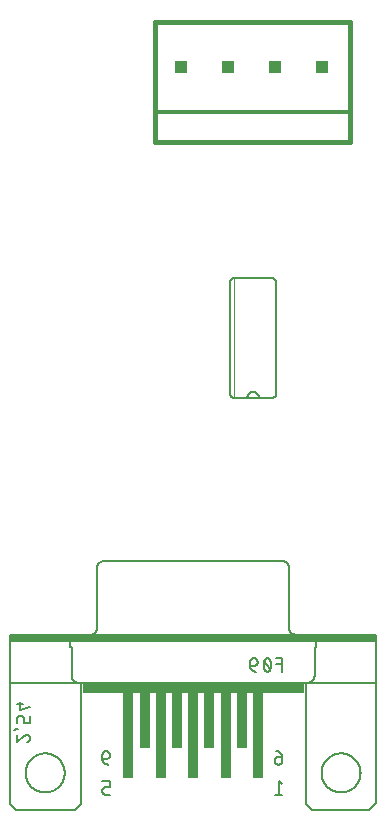
<source format=gbr>
G04 EAGLE Gerber RS-274X export*
G75*
%MOMM*%
%FSLAX34Y34*%
%LPD*%
%INSilkscreen Bottom*%
%IPPOS*%
%AMOC8*
5,1,8,0,0,1.08239X$1,22.5*%
G01*
%ADD10C,0.152400*%
%ADD11C,0.127000*%
%ADD12R,18.542000X0.762000*%
%ADD13R,30.988000X0.508000*%
%ADD14R,0.812800X7.239000*%
%ADD15R,0.812800X4.699000*%
%ADD16C,0.050800*%
%ADD17C,0.406400*%
%ADD18C,0.304800*%
%ADD19R,1.016000X1.016000*%


D10*
X501700Y356870D02*
X499160Y356870D01*
X501700Y356870D02*
X501840Y356868D01*
X501980Y356862D01*
X502120Y356853D01*
X502259Y356839D01*
X502398Y356822D01*
X502536Y356801D01*
X502674Y356776D01*
X502811Y356747D01*
X502947Y356715D01*
X503082Y356678D01*
X503216Y356638D01*
X503349Y356595D01*
X503481Y356547D01*
X503612Y356497D01*
X503741Y356442D01*
X503868Y356384D01*
X503994Y356323D01*
X504118Y356258D01*
X504240Y356189D01*
X504360Y356118D01*
X504478Y356043D01*
X504595Y355965D01*
X504709Y355883D01*
X504820Y355799D01*
X504929Y355711D01*
X505036Y355621D01*
X505141Y355527D01*
X505242Y355431D01*
X505341Y355332D01*
X505437Y355231D01*
X505531Y355126D01*
X505621Y355019D01*
X505709Y354910D01*
X505793Y354799D01*
X505875Y354685D01*
X505953Y354568D01*
X506028Y354450D01*
X506099Y354330D01*
X506168Y354208D01*
X506233Y354084D01*
X506294Y353958D01*
X506352Y353831D01*
X506407Y353702D01*
X506457Y353571D01*
X506505Y353439D01*
X506548Y353306D01*
X506588Y353172D01*
X506625Y353037D01*
X506657Y352901D01*
X506686Y352764D01*
X506711Y352626D01*
X506732Y352488D01*
X506749Y352349D01*
X506763Y352210D01*
X506772Y352070D01*
X506778Y351930D01*
X506780Y351790D01*
X349300Y356870D02*
X349160Y356868D01*
X349020Y356862D01*
X348880Y356853D01*
X348741Y356839D01*
X348602Y356822D01*
X348464Y356801D01*
X348326Y356776D01*
X348189Y356747D01*
X348053Y356715D01*
X347918Y356678D01*
X347784Y356638D01*
X347651Y356595D01*
X347519Y356547D01*
X347388Y356497D01*
X347259Y356442D01*
X347132Y356384D01*
X347006Y356323D01*
X346882Y356258D01*
X346760Y356189D01*
X346640Y356118D01*
X346522Y356043D01*
X346405Y355965D01*
X346291Y355883D01*
X346180Y355799D01*
X346071Y355711D01*
X345964Y355621D01*
X345859Y355527D01*
X345758Y355431D01*
X345659Y355332D01*
X345563Y355231D01*
X345469Y355126D01*
X345379Y355019D01*
X345291Y354910D01*
X345207Y354799D01*
X345125Y354685D01*
X345047Y354568D01*
X344972Y354450D01*
X344901Y354330D01*
X344832Y354208D01*
X344767Y354084D01*
X344706Y353958D01*
X344648Y353831D01*
X344593Y353702D01*
X344543Y353571D01*
X344495Y353439D01*
X344452Y353306D01*
X344412Y353172D01*
X344375Y353037D01*
X344343Y352901D01*
X344314Y352764D01*
X344289Y352626D01*
X344268Y352488D01*
X344251Y352349D01*
X344237Y352210D01*
X344228Y352070D01*
X344222Y351930D01*
X344220Y351790D01*
X529640Y254000D02*
X580440Y254000D01*
X580440Y284480D01*
X580440Y254000D02*
X580440Y252730D01*
X580440Y284480D02*
X580440Y289560D01*
X580440Y294640D01*
X270560Y294640D02*
X270560Y289560D01*
X270560Y284480D01*
X270560Y254000D01*
X270560Y252730D01*
X555040Y289560D02*
X580440Y289560D01*
X555040Y289560D02*
X529640Y289560D01*
X529640Y284480D01*
X528370Y284480D01*
X528370Y260350D02*
X528368Y260192D01*
X528362Y260033D01*
X528352Y259875D01*
X528338Y259718D01*
X528321Y259560D01*
X528299Y259404D01*
X528274Y259247D01*
X528244Y259092D01*
X528211Y258937D01*
X528174Y258783D01*
X528133Y258630D01*
X528088Y258478D01*
X528039Y258328D01*
X527987Y258178D01*
X527931Y258030D01*
X527871Y257883D01*
X527808Y257738D01*
X527741Y257595D01*
X527671Y257453D01*
X527597Y257313D01*
X527519Y257175D01*
X527438Y257039D01*
X527354Y256905D01*
X527267Y256773D01*
X527176Y256643D01*
X527082Y256516D01*
X526985Y256391D01*
X526884Y256268D01*
X526781Y256148D01*
X526675Y256031D01*
X526566Y255916D01*
X526454Y255804D01*
X526339Y255695D01*
X526222Y255589D01*
X526102Y255486D01*
X525979Y255385D01*
X525854Y255288D01*
X525727Y255194D01*
X525597Y255103D01*
X525465Y255016D01*
X525331Y254932D01*
X525195Y254851D01*
X525057Y254773D01*
X524917Y254699D01*
X524775Y254629D01*
X524632Y254562D01*
X524487Y254499D01*
X524340Y254439D01*
X524192Y254383D01*
X524042Y254331D01*
X523892Y254282D01*
X523740Y254237D01*
X523587Y254196D01*
X523433Y254159D01*
X523278Y254126D01*
X523123Y254096D01*
X522966Y254071D01*
X522810Y254049D01*
X522652Y254032D01*
X522495Y254018D01*
X522337Y254008D01*
X522178Y254002D01*
X522020Y254000D01*
X520750Y254000D02*
X529640Y254000D01*
X520750Y254000D02*
X518210Y254000D01*
X528370Y260350D02*
X528370Y284480D01*
X518210Y254000D02*
X518210Y246380D01*
X518210Y254000D02*
X332790Y254000D01*
X332790Y246380D02*
X518210Y246380D01*
X332790Y246380D02*
X332790Y254000D01*
X330250Y254000D01*
X321360Y254000D01*
X295960Y289560D02*
X270560Y289560D01*
X321360Y289560D02*
X529640Y289560D01*
X321360Y289560D02*
X295960Y289560D01*
X321360Y289560D02*
X321360Y284480D01*
X322630Y284480D02*
X322630Y260350D01*
X322630Y284480D02*
X321360Y284480D01*
X322630Y260350D02*
X322632Y260192D01*
X322638Y260033D01*
X322648Y259875D01*
X322662Y259718D01*
X322679Y259560D01*
X322701Y259404D01*
X322726Y259247D01*
X322756Y259092D01*
X322789Y258937D01*
X322826Y258783D01*
X322867Y258630D01*
X322912Y258478D01*
X322961Y258328D01*
X323013Y258178D01*
X323069Y258030D01*
X323129Y257883D01*
X323192Y257738D01*
X323259Y257595D01*
X323329Y257453D01*
X323403Y257313D01*
X323481Y257175D01*
X323562Y257039D01*
X323646Y256905D01*
X323733Y256773D01*
X323824Y256643D01*
X323918Y256516D01*
X324015Y256391D01*
X324116Y256268D01*
X324219Y256148D01*
X324325Y256031D01*
X324434Y255916D01*
X324546Y255804D01*
X324661Y255695D01*
X324778Y255589D01*
X324898Y255486D01*
X325021Y255385D01*
X325146Y255288D01*
X325273Y255194D01*
X325403Y255103D01*
X325535Y255016D01*
X325669Y254932D01*
X325805Y254851D01*
X325943Y254773D01*
X326083Y254699D01*
X326225Y254629D01*
X326368Y254562D01*
X326513Y254499D01*
X326660Y254439D01*
X326808Y254383D01*
X326958Y254331D01*
X327108Y254282D01*
X327260Y254237D01*
X327413Y254196D01*
X327567Y254159D01*
X327722Y254126D01*
X327877Y254096D01*
X328034Y254071D01*
X328190Y254049D01*
X328348Y254032D01*
X328505Y254018D01*
X328663Y254008D01*
X328822Y254002D01*
X328980Y254000D01*
X574090Y146050D02*
X580440Y152400D01*
X580440Y252730D01*
X574090Y146050D02*
X525830Y146050D01*
X520750Y151130D01*
X520750Y254000D01*
X330250Y254000D02*
X330250Y151130D01*
X325170Y146050D01*
X275640Y146050D01*
X270560Y151130D01*
X270560Y252730D01*
X270560Y254000D02*
X321360Y254000D01*
X502970Y294640D02*
X580440Y294640D01*
X506780Y300990D02*
X506780Y351790D01*
X506780Y300990D02*
X506782Y300832D01*
X506788Y300673D01*
X506798Y300515D01*
X506812Y300358D01*
X506829Y300200D01*
X506851Y300044D01*
X506876Y299887D01*
X506906Y299732D01*
X506939Y299577D01*
X506976Y299423D01*
X507017Y299270D01*
X507062Y299118D01*
X507111Y298968D01*
X507163Y298818D01*
X507219Y298670D01*
X507279Y298523D01*
X507342Y298378D01*
X507409Y298235D01*
X507479Y298093D01*
X507553Y297953D01*
X507631Y297815D01*
X507712Y297679D01*
X507796Y297545D01*
X507883Y297413D01*
X507974Y297283D01*
X508068Y297156D01*
X508165Y297031D01*
X508266Y296908D01*
X508369Y296788D01*
X508475Y296671D01*
X508584Y296556D01*
X508696Y296444D01*
X508811Y296335D01*
X508928Y296229D01*
X509048Y296126D01*
X509171Y296025D01*
X509296Y295928D01*
X509423Y295834D01*
X509553Y295743D01*
X509685Y295656D01*
X509819Y295572D01*
X509955Y295491D01*
X510093Y295413D01*
X510233Y295339D01*
X510375Y295269D01*
X510518Y295202D01*
X510663Y295139D01*
X510810Y295079D01*
X510958Y295023D01*
X511108Y294971D01*
X511258Y294922D01*
X511410Y294877D01*
X511563Y294836D01*
X511717Y294799D01*
X511872Y294766D01*
X512027Y294736D01*
X512184Y294711D01*
X512340Y294689D01*
X512498Y294672D01*
X512655Y294658D01*
X512813Y294648D01*
X512972Y294642D01*
X513130Y294640D01*
X348030Y294640D02*
X270560Y294640D01*
X344220Y300990D02*
X344220Y351790D01*
X344220Y300990D02*
X344218Y300832D01*
X344212Y300673D01*
X344202Y300515D01*
X344188Y300358D01*
X344171Y300200D01*
X344149Y300044D01*
X344124Y299887D01*
X344094Y299732D01*
X344061Y299577D01*
X344024Y299423D01*
X343983Y299270D01*
X343938Y299118D01*
X343889Y298968D01*
X343837Y298818D01*
X343781Y298670D01*
X343721Y298523D01*
X343658Y298378D01*
X343591Y298235D01*
X343521Y298093D01*
X343447Y297953D01*
X343369Y297815D01*
X343288Y297679D01*
X343204Y297545D01*
X343117Y297413D01*
X343026Y297283D01*
X342932Y297156D01*
X342835Y297031D01*
X342734Y296908D01*
X342631Y296788D01*
X342525Y296671D01*
X342416Y296556D01*
X342304Y296444D01*
X342189Y296335D01*
X342072Y296229D01*
X341952Y296126D01*
X341829Y296025D01*
X341704Y295928D01*
X341577Y295834D01*
X341447Y295743D01*
X341315Y295656D01*
X341181Y295572D01*
X341045Y295491D01*
X340907Y295413D01*
X340767Y295339D01*
X340625Y295269D01*
X340482Y295202D01*
X340337Y295139D01*
X340190Y295079D01*
X340042Y295023D01*
X339892Y294971D01*
X339742Y294922D01*
X339590Y294877D01*
X339437Y294836D01*
X339283Y294799D01*
X339128Y294766D01*
X338973Y294736D01*
X338816Y294711D01*
X338660Y294689D01*
X338502Y294672D01*
X338345Y294658D01*
X338187Y294648D01*
X338028Y294642D01*
X337870Y294640D01*
X348030Y294640D02*
X502970Y294640D01*
X499160Y356870D02*
X351840Y356870D01*
X349300Y356870D01*
X534212Y177800D02*
X534217Y178205D01*
X534232Y178610D01*
X534257Y179015D01*
X534292Y179418D01*
X534336Y179821D01*
X534391Y180223D01*
X534455Y180623D01*
X534529Y181021D01*
X534613Y181417D01*
X534707Y181812D01*
X534810Y182203D01*
X534923Y182593D01*
X535045Y182979D01*
X535177Y183362D01*
X535318Y183742D01*
X535469Y184118D01*
X535628Y184491D01*
X535797Y184859D01*
X535975Y185223D01*
X536161Y185583D01*
X536357Y185938D01*
X536561Y186288D01*
X536773Y186633D01*
X536994Y186972D01*
X537224Y187307D01*
X537461Y187635D01*
X537706Y187957D01*
X537960Y188274D01*
X538220Y188584D01*
X538489Y188887D01*
X538765Y189184D01*
X539048Y189474D01*
X539338Y189757D01*
X539635Y190033D01*
X539938Y190302D01*
X540248Y190562D01*
X540565Y190816D01*
X540887Y191061D01*
X541215Y191298D01*
X541550Y191528D01*
X541889Y191749D01*
X542234Y191961D01*
X542584Y192165D01*
X542939Y192361D01*
X543299Y192547D01*
X543663Y192725D01*
X544031Y192894D01*
X544404Y193053D01*
X544780Y193204D01*
X545160Y193345D01*
X545543Y193477D01*
X545929Y193599D01*
X546319Y193712D01*
X546710Y193815D01*
X547105Y193909D01*
X547501Y193993D01*
X547899Y194067D01*
X548299Y194131D01*
X548701Y194186D01*
X549104Y194230D01*
X549507Y194265D01*
X549912Y194290D01*
X550317Y194305D01*
X550722Y194310D01*
X551127Y194305D01*
X551532Y194290D01*
X551937Y194265D01*
X552340Y194230D01*
X552743Y194186D01*
X553145Y194131D01*
X553545Y194067D01*
X553943Y193993D01*
X554339Y193909D01*
X554734Y193815D01*
X555125Y193712D01*
X555515Y193599D01*
X555901Y193477D01*
X556284Y193345D01*
X556664Y193204D01*
X557040Y193053D01*
X557413Y192894D01*
X557781Y192725D01*
X558145Y192547D01*
X558505Y192361D01*
X558860Y192165D01*
X559210Y191961D01*
X559555Y191749D01*
X559894Y191528D01*
X560229Y191298D01*
X560557Y191061D01*
X560879Y190816D01*
X561196Y190562D01*
X561506Y190302D01*
X561809Y190033D01*
X562106Y189757D01*
X562396Y189474D01*
X562679Y189184D01*
X562955Y188887D01*
X563224Y188584D01*
X563484Y188274D01*
X563738Y187957D01*
X563983Y187635D01*
X564220Y187307D01*
X564450Y186972D01*
X564671Y186633D01*
X564883Y186288D01*
X565087Y185938D01*
X565283Y185583D01*
X565469Y185223D01*
X565647Y184859D01*
X565816Y184491D01*
X565975Y184118D01*
X566126Y183742D01*
X566267Y183362D01*
X566399Y182979D01*
X566521Y182593D01*
X566634Y182203D01*
X566737Y181812D01*
X566831Y181417D01*
X566915Y181021D01*
X566989Y180623D01*
X567053Y180223D01*
X567108Y179821D01*
X567152Y179418D01*
X567187Y179015D01*
X567212Y178610D01*
X567227Y178205D01*
X567232Y177800D01*
X567227Y177395D01*
X567212Y176990D01*
X567187Y176585D01*
X567152Y176182D01*
X567108Y175779D01*
X567053Y175377D01*
X566989Y174977D01*
X566915Y174579D01*
X566831Y174183D01*
X566737Y173788D01*
X566634Y173397D01*
X566521Y173007D01*
X566399Y172621D01*
X566267Y172238D01*
X566126Y171858D01*
X565975Y171482D01*
X565816Y171109D01*
X565647Y170741D01*
X565469Y170377D01*
X565283Y170017D01*
X565087Y169662D01*
X564883Y169312D01*
X564671Y168967D01*
X564450Y168628D01*
X564220Y168293D01*
X563983Y167965D01*
X563738Y167643D01*
X563484Y167326D01*
X563224Y167016D01*
X562955Y166713D01*
X562679Y166416D01*
X562396Y166126D01*
X562106Y165843D01*
X561809Y165567D01*
X561506Y165298D01*
X561196Y165038D01*
X560879Y164784D01*
X560557Y164539D01*
X560229Y164302D01*
X559894Y164072D01*
X559555Y163851D01*
X559210Y163639D01*
X558860Y163435D01*
X558505Y163239D01*
X558145Y163053D01*
X557781Y162875D01*
X557413Y162706D01*
X557040Y162547D01*
X556664Y162396D01*
X556284Y162255D01*
X555901Y162123D01*
X555515Y162001D01*
X555125Y161888D01*
X554734Y161785D01*
X554339Y161691D01*
X553943Y161607D01*
X553545Y161533D01*
X553145Y161469D01*
X552743Y161414D01*
X552340Y161370D01*
X551937Y161335D01*
X551532Y161310D01*
X551127Y161295D01*
X550722Y161290D01*
X550317Y161295D01*
X549912Y161310D01*
X549507Y161335D01*
X549104Y161370D01*
X548701Y161414D01*
X548299Y161469D01*
X547899Y161533D01*
X547501Y161607D01*
X547105Y161691D01*
X546710Y161785D01*
X546319Y161888D01*
X545929Y162001D01*
X545543Y162123D01*
X545160Y162255D01*
X544780Y162396D01*
X544404Y162547D01*
X544031Y162706D01*
X543663Y162875D01*
X543299Y163053D01*
X542939Y163239D01*
X542584Y163435D01*
X542234Y163639D01*
X541889Y163851D01*
X541550Y164072D01*
X541215Y164302D01*
X540887Y164539D01*
X540565Y164784D01*
X540248Y165038D01*
X539938Y165298D01*
X539635Y165567D01*
X539338Y165843D01*
X539048Y166126D01*
X538765Y166416D01*
X538489Y166713D01*
X538220Y167016D01*
X537960Y167326D01*
X537706Y167643D01*
X537461Y167965D01*
X537224Y168293D01*
X536994Y168628D01*
X536773Y168967D01*
X536561Y169312D01*
X536357Y169662D01*
X536161Y170017D01*
X535975Y170377D01*
X535797Y170741D01*
X535628Y171109D01*
X535469Y171482D01*
X535318Y171858D01*
X535177Y172238D01*
X535045Y172621D01*
X534923Y173007D01*
X534810Y173397D01*
X534707Y173788D01*
X534613Y174183D01*
X534529Y174579D01*
X534455Y174977D01*
X534391Y175377D01*
X534336Y175779D01*
X534292Y176182D01*
X534257Y176585D01*
X534232Y176990D01*
X534217Y177395D01*
X534212Y177800D01*
X283768Y177800D02*
X283773Y178205D01*
X283788Y178610D01*
X283813Y179015D01*
X283848Y179418D01*
X283892Y179821D01*
X283947Y180223D01*
X284011Y180623D01*
X284085Y181021D01*
X284169Y181417D01*
X284263Y181812D01*
X284366Y182203D01*
X284479Y182593D01*
X284601Y182979D01*
X284733Y183362D01*
X284874Y183742D01*
X285025Y184118D01*
X285184Y184491D01*
X285353Y184859D01*
X285531Y185223D01*
X285717Y185583D01*
X285913Y185938D01*
X286117Y186288D01*
X286329Y186633D01*
X286550Y186972D01*
X286780Y187307D01*
X287017Y187635D01*
X287262Y187957D01*
X287516Y188274D01*
X287776Y188584D01*
X288045Y188887D01*
X288321Y189184D01*
X288604Y189474D01*
X288894Y189757D01*
X289191Y190033D01*
X289494Y190302D01*
X289804Y190562D01*
X290121Y190816D01*
X290443Y191061D01*
X290771Y191298D01*
X291106Y191528D01*
X291445Y191749D01*
X291790Y191961D01*
X292140Y192165D01*
X292495Y192361D01*
X292855Y192547D01*
X293219Y192725D01*
X293587Y192894D01*
X293960Y193053D01*
X294336Y193204D01*
X294716Y193345D01*
X295099Y193477D01*
X295485Y193599D01*
X295875Y193712D01*
X296266Y193815D01*
X296661Y193909D01*
X297057Y193993D01*
X297455Y194067D01*
X297855Y194131D01*
X298257Y194186D01*
X298660Y194230D01*
X299063Y194265D01*
X299468Y194290D01*
X299873Y194305D01*
X300278Y194310D01*
X300683Y194305D01*
X301088Y194290D01*
X301493Y194265D01*
X301896Y194230D01*
X302299Y194186D01*
X302701Y194131D01*
X303101Y194067D01*
X303499Y193993D01*
X303895Y193909D01*
X304290Y193815D01*
X304681Y193712D01*
X305071Y193599D01*
X305457Y193477D01*
X305840Y193345D01*
X306220Y193204D01*
X306596Y193053D01*
X306969Y192894D01*
X307337Y192725D01*
X307701Y192547D01*
X308061Y192361D01*
X308416Y192165D01*
X308766Y191961D01*
X309111Y191749D01*
X309450Y191528D01*
X309785Y191298D01*
X310113Y191061D01*
X310435Y190816D01*
X310752Y190562D01*
X311062Y190302D01*
X311365Y190033D01*
X311662Y189757D01*
X311952Y189474D01*
X312235Y189184D01*
X312511Y188887D01*
X312780Y188584D01*
X313040Y188274D01*
X313294Y187957D01*
X313539Y187635D01*
X313776Y187307D01*
X314006Y186972D01*
X314227Y186633D01*
X314439Y186288D01*
X314643Y185938D01*
X314839Y185583D01*
X315025Y185223D01*
X315203Y184859D01*
X315372Y184491D01*
X315531Y184118D01*
X315682Y183742D01*
X315823Y183362D01*
X315955Y182979D01*
X316077Y182593D01*
X316190Y182203D01*
X316293Y181812D01*
X316387Y181417D01*
X316471Y181021D01*
X316545Y180623D01*
X316609Y180223D01*
X316664Y179821D01*
X316708Y179418D01*
X316743Y179015D01*
X316768Y178610D01*
X316783Y178205D01*
X316788Y177800D01*
X316783Y177395D01*
X316768Y176990D01*
X316743Y176585D01*
X316708Y176182D01*
X316664Y175779D01*
X316609Y175377D01*
X316545Y174977D01*
X316471Y174579D01*
X316387Y174183D01*
X316293Y173788D01*
X316190Y173397D01*
X316077Y173007D01*
X315955Y172621D01*
X315823Y172238D01*
X315682Y171858D01*
X315531Y171482D01*
X315372Y171109D01*
X315203Y170741D01*
X315025Y170377D01*
X314839Y170017D01*
X314643Y169662D01*
X314439Y169312D01*
X314227Y168967D01*
X314006Y168628D01*
X313776Y168293D01*
X313539Y167965D01*
X313294Y167643D01*
X313040Y167326D01*
X312780Y167016D01*
X312511Y166713D01*
X312235Y166416D01*
X311952Y166126D01*
X311662Y165843D01*
X311365Y165567D01*
X311062Y165298D01*
X310752Y165038D01*
X310435Y164784D01*
X310113Y164539D01*
X309785Y164302D01*
X309450Y164072D01*
X309111Y163851D01*
X308766Y163639D01*
X308416Y163435D01*
X308061Y163239D01*
X307701Y163053D01*
X307337Y162875D01*
X306969Y162706D01*
X306596Y162547D01*
X306220Y162396D01*
X305840Y162255D01*
X305457Y162123D01*
X305071Y162001D01*
X304681Y161888D01*
X304290Y161785D01*
X303895Y161691D01*
X303499Y161607D01*
X303101Y161533D01*
X302701Y161469D01*
X302299Y161414D01*
X301896Y161370D01*
X301493Y161335D01*
X301088Y161310D01*
X300683Y161295D01*
X300278Y161290D01*
X299873Y161295D01*
X299468Y161310D01*
X299063Y161335D01*
X298660Y161370D01*
X298257Y161414D01*
X297855Y161469D01*
X297455Y161533D01*
X297057Y161607D01*
X296661Y161691D01*
X296266Y161785D01*
X295875Y161888D01*
X295485Y162001D01*
X295099Y162123D01*
X294716Y162255D01*
X294336Y162396D01*
X293960Y162547D01*
X293587Y162706D01*
X293219Y162875D01*
X292855Y163053D01*
X292495Y163239D01*
X292140Y163435D01*
X291790Y163639D01*
X291445Y163851D01*
X291106Y164072D01*
X290771Y164302D01*
X290443Y164539D01*
X290121Y164784D01*
X289804Y165038D01*
X289494Y165298D01*
X289191Y165567D01*
X288894Y165843D01*
X288604Y166126D01*
X288321Y166416D01*
X288045Y166713D01*
X287776Y167016D01*
X287516Y167326D01*
X287262Y167643D01*
X287017Y167965D01*
X286780Y168293D01*
X286550Y168628D01*
X286329Y168967D01*
X286117Y169312D01*
X285913Y169662D01*
X285717Y170017D01*
X285531Y170377D01*
X285353Y170741D01*
X285184Y171109D01*
X285025Y171482D01*
X284874Y171858D01*
X284733Y172238D01*
X284601Y172621D01*
X284479Y173007D01*
X284366Y173397D01*
X284263Y173788D01*
X284169Y174183D01*
X284085Y174579D01*
X284011Y174977D01*
X283947Y175377D01*
X283892Y175779D01*
X283848Y176182D01*
X283813Y176585D01*
X283788Y176990D01*
X283773Y177395D01*
X283768Y177800D01*
D11*
X497890Y170815D02*
X501065Y168275D01*
X497890Y170815D02*
X497890Y159385D01*
X501065Y159385D02*
X494715Y159385D01*
X355015Y159385D02*
X351205Y159385D01*
X351105Y159387D01*
X351006Y159393D01*
X350906Y159403D01*
X350808Y159416D01*
X350709Y159434D01*
X350612Y159455D01*
X350516Y159480D01*
X350420Y159509D01*
X350326Y159542D01*
X350233Y159578D01*
X350142Y159618D01*
X350052Y159662D01*
X349964Y159709D01*
X349878Y159759D01*
X349794Y159813D01*
X349712Y159870D01*
X349633Y159930D01*
X349555Y159994D01*
X349481Y160060D01*
X349409Y160129D01*
X349340Y160201D01*
X349274Y160275D01*
X349210Y160353D01*
X349150Y160432D01*
X349093Y160514D01*
X349039Y160598D01*
X348989Y160684D01*
X348942Y160772D01*
X348898Y160862D01*
X348858Y160953D01*
X348822Y161046D01*
X348789Y161140D01*
X348760Y161236D01*
X348735Y161332D01*
X348714Y161429D01*
X348696Y161528D01*
X348683Y161626D01*
X348673Y161726D01*
X348667Y161825D01*
X348665Y161925D01*
X348665Y163195D01*
X348667Y163295D01*
X348673Y163394D01*
X348683Y163494D01*
X348696Y163592D01*
X348714Y163691D01*
X348735Y163788D01*
X348760Y163884D01*
X348789Y163980D01*
X348822Y164074D01*
X348858Y164167D01*
X348898Y164258D01*
X348942Y164348D01*
X348989Y164436D01*
X349039Y164522D01*
X349093Y164606D01*
X349150Y164688D01*
X349210Y164767D01*
X349274Y164845D01*
X349340Y164919D01*
X349409Y164991D01*
X349481Y165060D01*
X349555Y165126D01*
X349633Y165190D01*
X349712Y165250D01*
X349794Y165307D01*
X349878Y165361D01*
X349964Y165411D01*
X350052Y165458D01*
X350142Y165502D01*
X350233Y165542D01*
X350326Y165578D01*
X350420Y165611D01*
X350516Y165640D01*
X350612Y165665D01*
X350709Y165686D01*
X350808Y165704D01*
X350906Y165717D01*
X351006Y165727D01*
X351105Y165733D01*
X351205Y165735D01*
X355015Y165735D01*
X355015Y170815D01*
X348665Y170815D01*
X348665Y189865D02*
X352475Y189865D01*
X352575Y189867D01*
X352674Y189873D01*
X352774Y189883D01*
X352872Y189896D01*
X352971Y189914D01*
X353068Y189935D01*
X353164Y189960D01*
X353260Y189989D01*
X353354Y190022D01*
X353447Y190058D01*
X353538Y190098D01*
X353628Y190142D01*
X353716Y190189D01*
X353802Y190239D01*
X353886Y190293D01*
X353968Y190350D01*
X354047Y190410D01*
X354125Y190474D01*
X354199Y190540D01*
X354271Y190609D01*
X354340Y190681D01*
X354406Y190755D01*
X354470Y190833D01*
X354530Y190912D01*
X354587Y190994D01*
X354641Y191078D01*
X354691Y191164D01*
X354738Y191252D01*
X354782Y191342D01*
X354822Y191433D01*
X354858Y191526D01*
X354891Y191620D01*
X354920Y191716D01*
X354945Y191812D01*
X354966Y191909D01*
X354984Y192008D01*
X354997Y192106D01*
X355007Y192206D01*
X355013Y192305D01*
X355015Y192405D01*
X355015Y193040D01*
X355013Y193151D01*
X355007Y193261D01*
X354998Y193372D01*
X354984Y193482D01*
X354967Y193591D01*
X354946Y193700D01*
X354921Y193808D01*
X354892Y193915D01*
X354860Y194021D01*
X354824Y194126D01*
X354784Y194229D01*
X354741Y194331D01*
X354694Y194432D01*
X354643Y194531D01*
X354590Y194628D01*
X354533Y194722D01*
X354472Y194815D01*
X354409Y194906D01*
X354342Y194995D01*
X354272Y195081D01*
X354199Y195164D01*
X354124Y195246D01*
X354046Y195324D01*
X353964Y195399D01*
X353881Y195472D01*
X353795Y195542D01*
X353706Y195609D01*
X353615Y195672D01*
X353522Y195733D01*
X353428Y195790D01*
X353331Y195843D01*
X353232Y195894D01*
X353131Y195941D01*
X353029Y195984D01*
X352926Y196024D01*
X352821Y196060D01*
X352715Y196092D01*
X352608Y196121D01*
X352500Y196146D01*
X352391Y196167D01*
X352282Y196184D01*
X352172Y196198D01*
X352061Y196207D01*
X351951Y196213D01*
X351840Y196215D01*
X351729Y196213D01*
X351619Y196207D01*
X351508Y196198D01*
X351398Y196184D01*
X351289Y196167D01*
X351180Y196146D01*
X351072Y196121D01*
X350965Y196092D01*
X350859Y196060D01*
X350754Y196024D01*
X350651Y195984D01*
X350549Y195941D01*
X350448Y195894D01*
X350349Y195843D01*
X350253Y195790D01*
X350158Y195733D01*
X350065Y195672D01*
X349974Y195609D01*
X349885Y195542D01*
X349799Y195472D01*
X349716Y195399D01*
X349634Y195324D01*
X349556Y195246D01*
X349481Y195164D01*
X349408Y195081D01*
X349338Y194995D01*
X349271Y194906D01*
X349208Y194815D01*
X349147Y194722D01*
X349090Y194628D01*
X349037Y194531D01*
X348986Y194432D01*
X348939Y194331D01*
X348896Y194229D01*
X348856Y194126D01*
X348820Y194021D01*
X348788Y193915D01*
X348759Y193808D01*
X348734Y193700D01*
X348713Y193591D01*
X348696Y193482D01*
X348682Y193372D01*
X348673Y193261D01*
X348667Y193151D01*
X348665Y193040D01*
X348665Y189865D01*
X348667Y189725D01*
X348673Y189585D01*
X348682Y189445D01*
X348696Y189306D01*
X348713Y189167D01*
X348734Y189029D01*
X348759Y188891D01*
X348788Y188754D01*
X348820Y188618D01*
X348857Y188483D01*
X348897Y188349D01*
X348940Y188216D01*
X348988Y188084D01*
X349038Y187953D01*
X349093Y187824D01*
X349151Y187697D01*
X349212Y187571D01*
X349277Y187447D01*
X349346Y187325D01*
X349417Y187205D01*
X349492Y187087D01*
X349570Y186970D01*
X349652Y186856D01*
X349736Y186745D01*
X349824Y186636D01*
X349914Y186529D01*
X350008Y186424D01*
X350104Y186323D01*
X350203Y186224D01*
X350304Y186128D01*
X350409Y186034D01*
X350516Y185944D01*
X350625Y185856D01*
X350736Y185772D01*
X350850Y185690D01*
X350967Y185612D01*
X351085Y185537D01*
X351205Y185466D01*
X351327Y185397D01*
X351451Y185332D01*
X351577Y185271D01*
X351704Y185213D01*
X351833Y185158D01*
X351964Y185108D01*
X352096Y185060D01*
X352229Y185017D01*
X352363Y184977D01*
X352498Y184940D01*
X352634Y184908D01*
X352771Y184879D01*
X352909Y184854D01*
X353047Y184833D01*
X353186Y184816D01*
X353325Y184802D01*
X353465Y184793D01*
X353605Y184787D01*
X353745Y184785D01*
X497255Y191135D02*
X501065Y191135D01*
X497255Y191135D02*
X497155Y191133D01*
X497056Y191127D01*
X496956Y191117D01*
X496858Y191104D01*
X496759Y191086D01*
X496662Y191065D01*
X496566Y191040D01*
X496470Y191011D01*
X496376Y190978D01*
X496283Y190942D01*
X496192Y190902D01*
X496102Y190858D01*
X496014Y190811D01*
X495928Y190761D01*
X495844Y190707D01*
X495762Y190650D01*
X495683Y190590D01*
X495605Y190526D01*
X495531Y190460D01*
X495459Y190391D01*
X495390Y190319D01*
X495324Y190245D01*
X495260Y190167D01*
X495200Y190088D01*
X495143Y190006D01*
X495089Y189922D01*
X495039Y189836D01*
X494992Y189748D01*
X494948Y189658D01*
X494908Y189567D01*
X494872Y189474D01*
X494839Y189380D01*
X494810Y189284D01*
X494785Y189188D01*
X494764Y189091D01*
X494746Y188992D01*
X494733Y188894D01*
X494723Y188794D01*
X494717Y188695D01*
X494715Y188595D01*
X494715Y187960D01*
X494717Y187849D01*
X494723Y187739D01*
X494732Y187628D01*
X494746Y187518D01*
X494763Y187409D01*
X494784Y187300D01*
X494809Y187192D01*
X494838Y187085D01*
X494870Y186979D01*
X494906Y186874D01*
X494946Y186771D01*
X494989Y186669D01*
X495036Y186568D01*
X495087Y186469D01*
X495140Y186373D01*
X495197Y186278D01*
X495258Y186185D01*
X495321Y186094D01*
X495388Y186005D01*
X495458Y185919D01*
X495531Y185836D01*
X495606Y185754D01*
X495684Y185676D01*
X495766Y185601D01*
X495849Y185528D01*
X495935Y185458D01*
X496024Y185391D01*
X496115Y185328D01*
X496208Y185267D01*
X496303Y185210D01*
X496399Y185157D01*
X496498Y185106D01*
X496599Y185059D01*
X496701Y185016D01*
X496804Y184976D01*
X496909Y184940D01*
X497015Y184908D01*
X497122Y184879D01*
X497230Y184854D01*
X497339Y184833D01*
X497448Y184816D01*
X497558Y184802D01*
X497669Y184793D01*
X497779Y184787D01*
X497890Y184785D01*
X498001Y184787D01*
X498111Y184793D01*
X498222Y184802D01*
X498332Y184816D01*
X498441Y184833D01*
X498550Y184854D01*
X498658Y184879D01*
X498765Y184908D01*
X498871Y184940D01*
X498976Y184976D01*
X499079Y185016D01*
X499181Y185059D01*
X499282Y185106D01*
X499381Y185157D01*
X499477Y185210D01*
X499572Y185267D01*
X499665Y185328D01*
X499756Y185391D01*
X499845Y185458D01*
X499931Y185528D01*
X500014Y185601D01*
X500096Y185676D01*
X500174Y185754D01*
X500249Y185836D01*
X500322Y185919D01*
X500392Y186005D01*
X500459Y186094D01*
X500522Y186185D01*
X500583Y186278D01*
X500640Y186372D01*
X500693Y186469D01*
X500744Y186568D01*
X500791Y186669D01*
X500834Y186771D01*
X500874Y186874D01*
X500910Y186979D01*
X500942Y187085D01*
X500971Y187192D01*
X500996Y187300D01*
X501017Y187409D01*
X501034Y187518D01*
X501048Y187628D01*
X501057Y187739D01*
X501063Y187849D01*
X501065Y187960D01*
X501065Y191135D01*
X501063Y191275D01*
X501057Y191415D01*
X501048Y191555D01*
X501034Y191694D01*
X501017Y191833D01*
X500996Y191971D01*
X500971Y192109D01*
X500942Y192246D01*
X500910Y192382D01*
X500873Y192517D01*
X500833Y192651D01*
X500790Y192784D01*
X500742Y192916D01*
X500692Y193047D01*
X500637Y193176D01*
X500579Y193303D01*
X500518Y193429D01*
X500453Y193553D01*
X500384Y193675D01*
X500313Y193795D01*
X500238Y193913D01*
X500160Y194030D01*
X500078Y194144D01*
X499994Y194255D01*
X499906Y194364D01*
X499816Y194471D01*
X499722Y194576D01*
X499626Y194677D01*
X499527Y194776D01*
X499426Y194872D01*
X499321Y194966D01*
X499214Y195056D01*
X499105Y195144D01*
X498994Y195228D01*
X498880Y195310D01*
X498763Y195388D01*
X498645Y195463D01*
X498525Y195534D01*
X498403Y195603D01*
X498279Y195668D01*
X498153Y195729D01*
X498026Y195787D01*
X497897Y195842D01*
X497766Y195892D01*
X497634Y195940D01*
X497501Y195983D01*
X497367Y196023D01*
X497232Y196060D01*
X497096Y196092D01*
X496959Y196121D01*
X496821Y196146D01*
X496683Y196167D01*
X496544Y196184D01*
X496405Y196198D01*
X496265Y196207D01*
X496125Y196213D01*
X495985Y196215D01*
X287706Y207328D02*
X287704Y207432D01*
X287698Y207537D01*
X287689Y207641D01*
X287676Y207744D01*
X287658Y207847D01*
X287638Y207949D01*
X287613Y208051D01*
X287585Y208151D01*
X287553Y208251D01*
X287517Y208349D01*
X287478Y208446D01*
X287436Y208541D01*
X287390Y208635D01*
X287340Y208727D01*
X287288Y208817D01*
X287232Y208905D01*
X287172Y208991D01*
X287110Y209075D01*
X287045Y209156D01*
X286977Y209235D01*
X286905Y209312D01*
X286832Y209385D01*
X286755Y209457D01*
X286676Y209525D01*
X286595Y209590D01*
X286511Y209652D01*
X286425Y209712D01*
X286337Y209768D01*
X286247Y209820D01*
X286155Y209870D01*
X286061Y209916D01*
X285966Y209958D01*
X285869Y209997D01*
X285771Y210033D01*
X285671Y210065D01*
X285571Y210093D01*
X285469Y210118D01*
X285367Y210138D01*
X285264Y210156D01*
X285161Y210169D01*
X285057Y210178D01*
X284952Y210184D01*
X284848Y210186D01*
X287705Y207328D02*
X287703Y207210D01*
X287697Y207091D01*
X287688Y206973D01*
X287675Y206856D01*
X287657Y206739D01*
X287637Y206622D01*
X287612Y206506D01*
X287584Y206391D01*
X287551Y206278D01*
X287516Y206165D01*
X287476Y206053D01*
X287434Y205943D01*
X287387Y205834D01*
X287337Y205726D01*
X287284Y205621D01*
X287227Y205517D01*
X287167Y205415D01*
X287104Y205315D01*
X287037Y205217D01*
X286968Y205121D01*
X286895Y205028D01*
X286819Y204937D01*
X286741Y204848D01*
X286659Y204762D01*
X286575Y204679D01*
X286489Y204598D01*
X286399Y204521D01*
X286308Y204446D01*
X286214Y204374D01*
X286117Y204305D01*
X286019Y204240D01*
X285918Y204177D01*
X285815Y204118D01*
X285711Y204062D01*
X285605Y204010D01*
X285497Y203961D01*
X285388Y203916D01*
X285277Y203874D01*
X285165Y203836D01*
X282626Y209233D02*
X282701Y209309D01*
X282780Y209384D01*
X282861Y209455D01*
X282945Y209524D01*
X283031Y209589D01*
X283119Y209651D01*
X283209Y209711D01*
X283301Y209767D01*
X283396Y209820D01*
X283492Y209869D01*
X283590Y209915D01*
X283689Y209958D01*
X283790Y209997D01*
X283892Y210032D01*
X283995Y210064D01*
X284099Y210092D01*
X284204Y210117D01*
X284311Y210138D01*
X284417Y210155D01*
X284524Y210168D01*
X284632Y210177D01*
X284740Y210183D01*
X284848Y210185D01*
X282625Y209233D02*
X276275Y203835D01*
X276275Y210185D01*
X276275Y214645D02*
X276275Y215280D01*
X276275Y214645D02*
X276910Y214645D01*
X276910Y215280D01*
X276275Y215280D01*
X273735Y214327D01*
X276275Y219837D02*
X276275Y223647D01*
X276277Y223747D01*
X276283Y223846D01*
X276293Y223946D01*
X276306Y224044D01*
X276324Y224143D01*
X276345Y224240D01*
X276370Y224336D01*
X276399Y224432D01*
X276432Y224526D01*
X276468Y224619D01*
X276508Y224710D01*
X276552Y224800D01*
X276599Y224888D01*
X276649Y224974D01*
X276703Y225058D01*
X276760Y225140D01*
X276820Y225219D01*
X276884Y225297D01*
X276950Y225371D01*
X277019Y225443D01*
X277091Y225512D01*
X277165Y225578D01*
X277243Y225642D01*
X277322Y225702D01*
X277404Y225759D01*
X277488Y225813D01*
X277574Y225863D01*
X277662Y225910D01*
X277752Y225954D01*
X277843Y225994D01*
X277936Y226030D01*
X278030Y226063D01*
X278126Y226092D01*
X278222Y226117D01*
X278319Y226138D01*
X278418Y226156D01*
X278516Y226169D01*
X278616Y226179D01*
X278715Y226185D01*
X278815Y226187D01*
X280085Y226187D01*
X280185Y226185D01*
X280284Y226179D01*
X280384Y226169D01*
X280482Y226156D01*
X280581Y226138D01*
X280678Y226117D01*
X280774Y226092D01*
X280870Y226063D01*
X280964Y226030D01*
X281057Y225994D01*
X281148Y225954D01*
X281238Y225910D01*
X281326Y225863D01*
X281412Y225813D01*
X281496Y225759D01*
X281578Y225702D01*
X281657Y225642D01*
X281735Y225578D01*
X281809Y225512D01*
X281881Y225443D01*
X281950Y225371D01*
X282016Y225297D01*
X282080Y225219D01*
X282140Y225140D01*
X282197Y225058D01*
X282251Y224974D01*
X282301Y224888D01*
X282348Y224800D01*
X282392Y224710D01*
X282432Y224619D01*
X282468Y224526D01*
X282501Y224432D01*
X282530Y224336D01*
X282555Y224240D01*
X282576Y224143D01*
X282594Y224044D01*
X282607Y223946D01*
X282617Y223846D01*
X282623Y223747D01*
X282625Y223647D01*
X282625Y219837D01*
X287705Y219837D01*
X287705Y226187D01*
X287705Y233807D02*
X278815Y231267D01*
X278815Y237617D01*
X281355Y235712D02*
X276275Y235712D01*
X501065Y263525D02*
X501065Y274955D01*
X495985Y274955D01*
X495985Y269875D02*
X501065Y269875D01*
X491565Y269240D02*
X491562Y269465D01*
X491554Y269690D01*
X491541Y269914D01*
X491522Y270138D01*
X491498Y270362D01*
X491469Y270585D01*
X491434Y270807D01*
X491394Y271028D01*
X491348Y271248D01*
X491298Y271467D01*
X491242Y271685D01*
X491181Y271902D01*
X491115Y272117D01*
X491044Y272330D01*
X490967Y272541D01*
X490886Y272751D01*
X490800Y272959D01*
X490709Y273164D01*
X490613Y273367D01*
X490613Y273368D02*
X490581Y273456D01*
X490545Y273543D01*
X490506Y273629D01*
X490463Y273713D01*
X490417Y273795D01*
X490368Y273875D01*
X490316Y273953D01*
X490260Y274029D01*
X490202Y274103D01*
X490140Y274174D01*
X490076Y274243D01*
X490009Y274309D01*
X489940Y274372D01*
X489868Y274433D01*
X489794Y274491D01*
X489717Y274545D01*
X489639Y274597D01*
X489558Y274645D01*
X489476Y274690D01*
X489391Y274732D01*
X489305Y274770D01*
X489218Y274805D01*
X489130Y274837D01*
X489040Y274864D01*
X488949Y274889D01*
X488857Y274909D01*
X488765Y274926D01*
X488671Y274939D01*
X488578Y274948D01*
X488484Y274954D01*
X488390Y274956D01*
X488296Y274954D01*
X488202Y274948D01*
X488109Y274939D01*
X488015Y274926D01*
X487923Y274909D01*
X487831Y274889D01*
X487740Y274864D01*
X487650Y274837D01*
X487562Y274805D01*
X487475Y274770D01*
X487389Y274732D01*
X487304Y274690D01*
X487222Y274645D01*
X487141Y274597D01*
X487063Y274545D01*
X486986Y274491D01*
X486912Y274433D01*
X486840Y274372D01*
X486771Y274309D01*
X486704Y274243D01*
X486640Y274174D01*
X486578Y274103D01*
X486520Y274029D01*
X486464Y273953D01*
X486412Y273875D01*
X486363Y273795D01*
X486317Y273713D01*
X486274Y273629D01*
X486235Y273543D01*
X486199Y273456D01*
X486167Y273368D01*
X486168Y273367D02*
X486072Y273164D01*
X485981Y272959D01*
X485895Y272751D01*
X485814Y272541D01*
X485737Y272330D01*
X485666Y272117D01*
X485600Y271902D01*
X485539Y271685D01*
X485483Y271467D01*
X485433Y271248D01*
X485387Y271028D01*
X485347Y270807D01*
X485312Y270585D01*
X485283Y270362D01*
X485259Y270138D01*
X485240Y269914D01*
X485227Y269690D01*
X485219Y269465D01*
X485216Y269240D01*
X491565Y269240D02*
X491562Y269015D01*
X491554Y268790D01*
X491541Y268566D01*
X491522Y268342D01*
X491498Y268118D01*
X491469Y267895D01*
X491434Y267673D01*
X491394Y267452D01*
X491348Y267232D01*
X491298Y267013D01*
X491242Y266795D01*
X491181Y266578D01*
X491115Y266363D01*
X491044Y266150D01*
X490967Y265939D01*
X490886Y265729D01*
X490800Y265521D01*
X490709Y265316D01*
X490613Y265113D01*
X490581Y265025D01*
X490545Y264938D01*
X490506Y264852D01*
X490463Y264768D01*
X490417Y264686D01*
X490368Y264606D01*
X490316Y264528D01*
X490260Y264452D01*
X490202Y264378D01*
X490140Y264307D01*
X490076Y264238D01*
X490009Y264172D01*
X489940Y264109D01*
X489868Y264048D01*
X489794Y263990D01*
X489717Y263936D01*
X489639Y263884D01*
X489558Y263836D01*
X489476Y263791D01*
X489391Y263749D01*
X489305Y263711D01*
X489218Y263676D01*
X489130Y263644D01*
X489040Y263617D01*
X488949Y263592D01*
X488857Y263572D01*
X488765Y263555D01*
X488671Y263542D01*
X488578Y263533D01*
X488484Y263527D01*
X488390Y263525D01*
X486168Y265113D02*
X486072Y265316D01*
X485981Y265521D01*
X485895Y265729D01*
X485814Y265939D01*
X485737Y266150D01*
X485666Y266363D01*
X485600Y266578D01*
X485539Y266795D01*
X485483Y267013D01*
X485433Y267232D01*
X485387Y267452D01*
X485347Y267673D01*
X485312Y267895D01*
X485283Y268118D01*
X485259Y268342D01*
X485240Y268566D01*
X485227Y268790D01*
X485219Y269015D01*
X485216Y269240D01*
X486167Y265113D02*
X486199Y265025D01*
X486235Y264938D01*
X486274Y264852D01*
X486317Y264768D01*
X486363Y264686D01*
X486412Y264606D01*
X486464Y264528D01*
X486520Y264452D01*
X486578Y264378D01*
X486640Y264307D01*
X486704Y264238D01*
X486771Y264172D01*
X486840Y264109D01*
X486912Y264048D01*
X486986Y263990D01*
X487063Y263936D01*
X487141Y263884D01*
X487222Y263836D01*
X487304Y263791D01*
X487389Y263749D01*
X487475Y263711D01*
X487562Y263676D01*
X487650Y263644D01*
X487740Y263617D01*
X487831Y263592D01*
X487923Y263572D01*
X488015Y263555D01*
X488109Y263542D01*
X488202Y263533D01*
X488296Y263527D01*
X488390Y263525D01*
X490930Y266065D02*
X485850Y272415D01*
X477595Y268605D02*
X473785Y268605D01*
X477595Y268605D02*
X477695Y268607D01*
X477794Y268613D01*
X477894Y268623D01*
X477992Y268636D01*
X478091Y268654D01*
X478188Y268675D01*
X478284Y268700D01*
X478380Y268729D01*
X478474Y268762D01*
X478567Y268798D01*
X478658Y268838D01*
X478748Y268882D01*
X478836Y268929D01*
X478922Y268979D01*
X479006Y269033D01*
X479088Y269090D01*
X479167Y269150D01*
X479245Y269214D01*
X479319Y269280D01*
X479391Y269349D01*
X479460Y269421D01*
X479526Y269495D01*
X479590Y269573D01*
X479650Y269652D01*
X479707Y269734D01*
X479761Y269818D01*
X479811Y269904D01*
X479858Y269992D01*
X479902Y270082D01*
X479942Y270173D01*
X479978Y270266D01*
X480011Y270360D01*
X480040Y270456D01*
X480065Y270552D01*
X480086Y270649D01*
X480104Y270748D01*
X480117Y270846D01*
X480127Y270946D01*
X480133Y271045D01*
X480135Y271145D01*
X480135Y271780D01*
X480133Y271891D01*
X480127Y272001D01*
X480118Y272112D01*
X480104Y272222D01*
X480087Y272331D01*
X480066Y272440D01*
X480041Y272548D01*
X480012Y272655D01*
X479980Y272761D01*
X479944Y272866D01*
X479904Y272969D01*
X479861Y273071D01*
X479814Y273172D01*
X479763Y273271D01*
X479710Y273368D01*
X479653Y273462D01*
X479592Y273555D01*
X479529Y273646D01*
X479462Y273735D01*
X479392Y273821D01*
X479319Y273904D01*
X479244Y273986D01*
X479166Y274064D01*
X479084Y274139D01*
X479001Y274212D01*
X478915Y274282D01*
X478826Y274349D01*
X478735Y274412D01*
X478642Y274473D01*
X478548Y274530D01*
X478451Y274583D01*
X478352Y274634D01*
X478251Y274681D01*
X478149Y274724D01*
X478046Y274764D01*
X477941Y274800D01*
X477835Y274832D01*
X477728Y274861D01*
X477620Y274886D01*
X477511Y274907D01*
X477402Y274924D01*
X477292Y274938D01*
X477181Y274947D01*
X477071Y274953D01*
X476960Y274955D01*
X476849Y274953D01*
X476739Y274947D01*
X476628Y274938D01*
X476518Y274924D01*
X476409Y274907D01*
X476300Y274886D01*
X476192Y274861D01*
X476085Y274832D01*
X475979Y274800D01*
X475874Y274764D01*
X475771Y274724D01*
X475669Y274681D01*
X475568Y274634D01*
X475469Y274583D01*
X475373Y274530D01*
X475278Y274473D01*
X475185Y274412D01*
X475094Y274349D01*
X475005Y274282D01*
X474919Y274212D01*
X474836Y274139D01*
X474754Y274064D01*
X474676Y273986D01*
X474601Y273904D01*
X474528Y273821D01*
X474458Y273735D01*
X474391Y273646D01*
X474328Y273555D01*
X474267Y273462D01*
X474210Y273368D01*
X474157Y273271D01*
X474106Y273172D01*
X474059Y273071D01*
X474016Y272969D01*
X473976Y272866D01*
X473940Y272761D01*
X473908Y272655D01*
X473879Y272548D01*
X473854Y272440D01*
X473833Y272331D01*
X473816Y272222D01*
X473802Y272112D01*
X473793Y272001D01*
X473787Y271891D01*
X473785Y271780D01*
X473785Y268605D01*
X473787Y268465D01*
X473793Y268325D01*
X473802Y268185D01*
X473816Y268046D01*
X473833Y267907D01*
X473854Y267769D01*
X473879Y267631D01*
X473908Y267494D01*
X473940Y267358D01*
X473977Y267223D01*
X474017Y267089D01*
X474060Y266956D01*
X474108Y266824D01*
X474158Y266693D01*
X474213Y266564D01*
X474271Y266437D01*
X474332Y266311D01*
X474397Y266187D01*
X474466Y266065D01*
X474537Y265945D01*
X474612Y265827D01*
X474690Y265710D01*
X474772Y265596D01*
X474856Y265485D01*
X474944Y265376D01*
X475034Y265269D01*
X475128Y265164D01*
X475224Y265063D01*
X475323Y264964D01*
X475424Y264868D01*
X475529Y264774D01*
X475636Y264684D01*
X475745Y264596D01*
X475856Y264512D01*
X475970Y264430D01*
X476087Y264352D01*
X476205Y264277D01*
X476325Y264206D01*
X476447Y264137D01*
X476571Y264072D01*
X476697Y264011D01*
X476824Y263953D01*
X476953Y263898D01*
X477084Y263848D01*
X477216Y263800D01*
X477349Y263757D01*
X477483Y263717D01*
X477618Y263680D01*
X477754Y263648D01*
X477891Y263619D01*
X478029Y263594D01*
X478167Y263573D01*
X478306Y263556D01*
X478445Y263542D01*
X478585Y263533D01*
X478725Y263527D01*
X478865Y263525D01*
D12*
X425500Y250190D03*
D13*
X425500Y292100D03*
D14*
X480364Y210185D03*
D15*
X466648Y222885D03*
D14*
X452932Y210185D03*
D15*
X439216Y222885D03*
D14*
X425500Y210185D03*
D15*
X411784Y222885D03*
D14*
X398068Y210185D03*
D15*
X384352Y222885D03*
D14*
X370636Y210185D03*
D10*
X495858Y499110D02*
X495858Y593090D01*
X460552Y596900D02*
X460430Y596898D01*
X460308Y596892D01*
X460186Y596882D01*
X460065Y596869D01*
X459944Y596851D01*
X459824Y596830D01*
X459704Y596804D01*
X459586Y596775D01*
X459468Y596743D01*
X459351Y596706D01*
X459236Y596666D01*
X459122Y596622D01*
X459010Y596574D01*
X458899Y596523D01*
X458790Y596468D01*
X458682Y596410D01*
X458577Y596348D01*
X458474Y596283D01*
X458372Y596215D01*
X458273Y596143D01*
X458177Y596069D01*
X458082Y595991D01*
X457991Y595910D01*
X457901Y595827D01*
X457815Y595741D01*
X457732Y595651D01*
X457651Y595560D01*
X457573Y595465D01*
X457499Y595369D01*
X457427Y595270D01*
X457359Y595168D01*
X457294Y595065D01*
X457232Y594960D01*
X457174Y594852D01*
X457119Y594743D01*
X457068Y594632D01*
X457020Y594520D01*
X456976Y594406D01*
X456936Y594291D01*
X456899Y594174D01*
X456867Y594056D01*
X456838Y593938D01*
X456812Y593818D01*
X456791Y593698D01*
X456773Y593577D01*
X456760Y593456D01*
X456750Y593334D01*
X456744Y593212D01*
X456742Y593090D01*
X495858Y499110D02*
X495856Y498988D01*
X495850Y498866D01*
X495840Y498744D01*
X495827Y498623D01*
X495809Y498502D01*
X495788Y498382D01*
X495762Y498262D01*
X495733Y498144D01*
X495701Y498026D01*
X495664Y497909D01*
X495624Y497794D01*
X495580Y497680D01*
X495532Y497568D01*
X495481Y497457D01*
X495426Y497348D01*
X495368Y497240D01*
X495306Y497135D01*
X495241Y497032D01*
X495173Y496930D01*
X495101Y496831D01*
X495027Y496735D01*
X494949Y496640D01*
X494868Y496549D01*
X494785Y496459D01*
X494699Y496373D01*
X494609Y496290D01*
X494518Y496209D01*
X494423Y496131D01*
X494327Y496057D01*
X494228Y495985D01*
X494126Y495917D01*
X494023Y495852D01*
X493918Y495790D01*
X493810Y495732D01*
X493701Y495677D01*
X493590Y495626D01*
X493478Y495578D01*
X493364Y495534D01*
X493249Y495494D01*
X493132Y495457D01*
X493014Y495425D01*
X492896Y495396D01*
X492776Y495370D01*
X492656Y495349D01*
X492535Y495331D01*
X492414Y495318D01*
X492292Y495308D01*
X492170Y495302D01*
X492048Y495300D01*
X495858Y593090D02*
X495856Y593212D01*
X495850Y593334D01*
X495840Y593456D01*
X495827Y593577D01*
X495809Y593698D01*
X495788Y593818D01*
X495762Y593938D01*
X495733Y594056D01*
X495701Y594174D01*
X495664Y594291D01*
X495624Y594406D01*
X495580Y594520D01*
X495532Y594632D01*
X495481Y594743D01*
X495426Y594852D01*
X495368Y594960D01*
X495306Y595065D01*
X495241Y595168D01*
X495173Y595270D01*
X495101Y595369D01*
X495027Y595465D01*
X494949Y595560D01*
X494868Y595651D01*
X494785Y595741D01*
X494699Y595827D01*
X494609Y595910D01*
X494518Y595991D01*
X494423Y596069D01*
X494327Y596143D01*
X494228Y596215D01*
X494126Y596283D01*
X494023Y596348D01*
X493918Y596410D01*
X493810Y596468D01*
X493701Y596523D01*
X493590Y596574D01*
X493478Y596622D01*
X493364Y596666D01*
X493249Y596706D01*
X493132Y596743D01*
X493014Y596775D01*
X492896Y596804D01*
X492776Y596830D01*
X492656Y596851D01*
X492535Y596869D01*
X492414Y596882D01*
X492292Y596892D01*
X492170Y596898D01*
X492048Y596900D01*
X456742Y499110D02*
X456744Y498988D01*
X456750Y498866D01*
X456760Y498744D01*
X456773Y498623D01*
X456791Y498502D01*
X456812Y498382D01*
X456838Y498262D01*
X456867Y498144D01*
X456899Y498026D01*
X456936Y497909D01*
X456976Y497794D01*
X457020Y497680D01*
X457068Y497568D01*
X457119Y497457D01*
X457174Y497348D01*
X457232Y497240D01*
X457294Y497135D01*
X457359Y497032D01*
X457427Y496930D01*
X457499Y496831D01*
X457573Y496735D01*
X457651Y496640D01*
X457732Y496549D01*
X457815Y496459D01*
X457901Y496373D01*
X457991Y496290D01*
X458082Y496209D01*
X458177Y496131D01*
X458273Y496057D01*
X458372Y495985D01*
X458474Y495917D01*
X458577Y495852D01*
X458682Y495790D01*
X458790Y495732D01*
X458899Y495677D01*
X459010Y495626D01*
X459122Y495578D01*
X459236Y495534D01*
X459351Y495494D01*
X459468Y495457D01*
X459586Y495425D01*
X459704Y495396D01*
X459824Y495370D01*
X459944Y495349D01*
X460065Y495331D01*
X460186Y495318D01*
X460308Y495308D01*
X460430Y495302D01*
X460552Y495300D01*
X456742Y499110D02*
X456742Y593090D01*
X460552Y596900D02*
X492048Y596900D01*
X492048Y495300D02*
X460552Y495300D01*
X471220Y495300D02*
X471222Y495441D01*
X471228Y495582D01*
X471238Y495723D01*
X471251Y495864D01*
X471269Y496004D01*
X471291Y496143D01*
X471316Y496282D01*
X471345Y496421D01*
X471378Y496558D01*
X471415Y496694D01*
X471456Y496829D01*
X471500Y496964D01*
X471548Y497096D01*
X471600Y497228D01*
X471655Y497358D01*
X471714Y497486D01*
X471777Y497613D01*
X471843Y497737D01*
X471912Y497860D01*
X471985Y497981D01*
X472061Y498100D01*
X472141Y498217D01*
X472224Y498331D01*
X472309Y498444D01*
X472398Y498553D01*
X472490Y498661D01*
X472585Y498765D01*
X472683Y498867D01*
X472784Y498966D01*
X472887Y499063D01*
X472993Y499156D01*
X473101Y499246D01*
X473212Y499334D01*
X473325Y499418D01*
X473441Y499499D01*
X473559Y499577D01*
X473679Y499652D01*
X473801Y499723D01*
X473925Y499791D01*
X474051Y499855D01*
X474178Y499916D01*
X474307Y499973D01*
X474438Y500026D01*
X474570Y500076D01*
X474703Y500123D01*
X474838Y500165D01*
X474974Y500204D01*
X475111Y500239D01*
X475248Y500270D01*
X475387Y500297D01*
X475526Y500321D01*
X475666Y500340D01*
X475806Y500356D01*
X475947Y500368D01*
X476088Y500376D01*
X476229Y500380D01*
X476371Y500380D01*
X476512Y500376D01*
X476653Y500368D01*
X476794Y500356D01*
X476934Y500340D01*
X477074Y500321D01*
X477213Y500297D01*
X477352Y500270D01*
X477489Y500239D01*
X477626Y500204D01*
X477762Y500165D01*
X477897Y500123D01*
X478030Y500076D01*
X478162Y500026D01*
X478293Y499973D01*
X478422Y499916D01*
X478549Y499855D01*
X478675Y499791D01*
X478799Y499723D01*
X478921Y499652D01*
X479041Y499577D01*
X479159Y499499D01*
X479275Y499418D01*
X479388Y499334D01*
X479499Y499246D01*
X479607Y499156D01*
X479713Y499063D01*
X479816Y498966D01*
X479917Y498867D01*
X480015Y498765D01*
X480110Y498661D01*
X480202Y498553D01*
X480291Y498444D01*
X480376Y498331D01*
X480459Y498217D01*
X480539Y498100D01*
X480615Y497981D01*
X480688Y497860D01*
X480757Y497737D01*
X480823Y497613D01*
X480886Y497486D01*
X480945Y497358D01*
X481000Y497228D01*
X481052Y497096D01*
X481100Y496964D01*
X481144Y496829D01*
X481185Y496694D01*
X481222Y496558D01*
X481255Y496421D01*
X481284Y496282D01*
X481309Y496143D01*
X481331Y496004D01*
X481349Y495864D01*
X481362Y495723D01*
X481372Y495582D01*
X481378Y495441D01*
X481380Y495300D01*
D16*
X460298Y495300D02*
X460298Y596900D01*
D17*
X558312Y711500D02*
X558312Y736900D01*
X558312Y813100D01*
X393212Y813100D02*
X393212Y736900D01*
X393212Y711500D01*
X558312Y711500D01*
D18*
X558312Y736900D02*
X393212Y736900D01*
D17*
X393212Y813100D02*
X558312Y813100D01*
D19*
X534436Y775000D03*
X494812Y775000D03*
X455188Y775000D03*
X415564Y775000D03*
M02*

</source>
